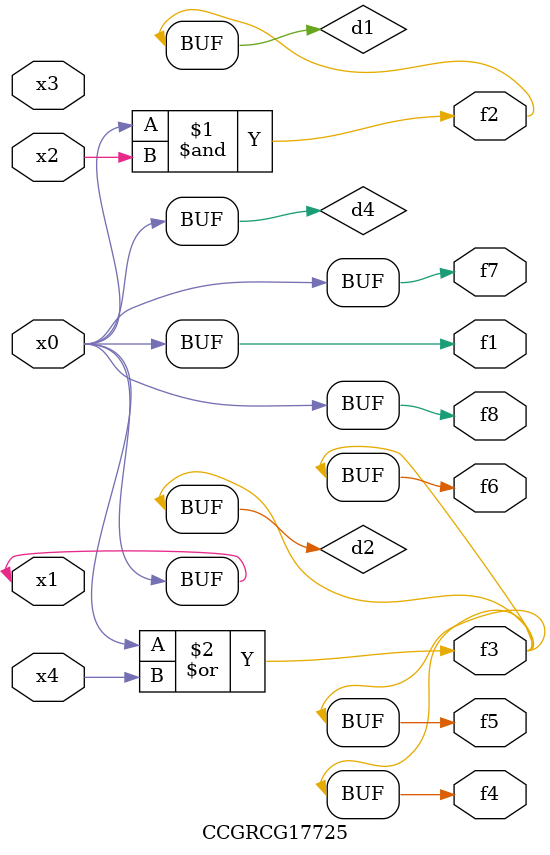
<source format=v>
module CCGRCG17725(
	input x0, x1, x2, x3, x4,
	output f1, f2, f3, f4, f5, f6, f7, f8
);

	wire d1, d2, d3, d4;

	and (d1, x0, x2);
	or (d2, x0, x4);
	nand (d3, x0, x2);
	buf (d4, x0, x1);
	assign f1 = d4;
	assign f2 = d1;
	assign f3 = d2;
	assign f4 = d2;
	assign f5 = d2;
	assign f6 = d2;
	assign f7 = d4;
	assign f8 = d4;
endmodule

</source>
